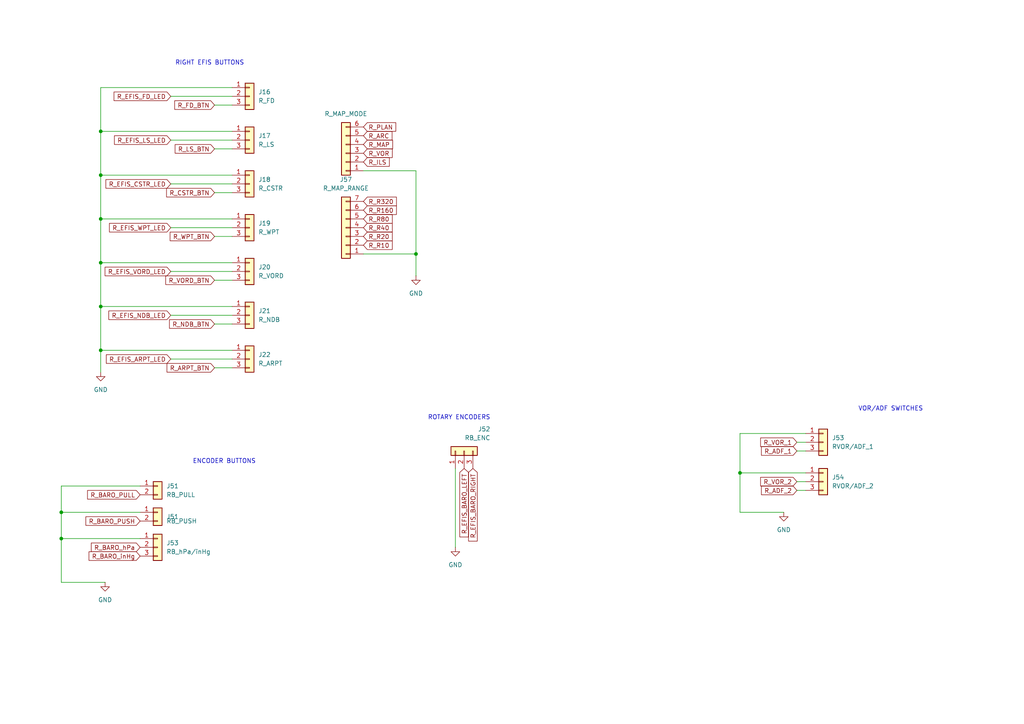
<source format=kicad_sch>
(kicad_sch (version 20231120) (generator "eeschema") (generator_version "8.0")
  (paper "A4")
  (title_block (title "FCU Mainboard schematics") (date "2024-03-05") (rev "1.0"))
  (lib_symbols
    (symbol "Connector_Generic:Conn_01x02" (pin_names (offset 1.016) hide)
      (property "Reference" "J" (at 0 2.54 0))
      (property "Value" "Conn_01x02" (at 0 -5.08 0))
      (symbol "Conn_01x02_1_1"
        (rectangle (start -1.27 -2.413) (end 0 -2.667) (stroke (width 0.1524)))
        (rectangle (start -1.27 0.127) (end 0 -0.127) (stroke (width 0.1524)))
        (rectangle (start -1.27 1.27) (end 1.27 -3.81) (stroke (width 0.254)) (fill (type background)))
        (pin passive line (at -5.08 0 0) (length 3.81) (name "Pin_1") (number "1"))
        (pin passive line (at -5.08 -2.54 0) (length 3.81) (name "Pin_2") (number "2"))
      )
    )
    (symbol "Connector_Generic:Conn_01x03" (pin_names (offset 1.016) hide)
      (property "Reference" "J" (at 0 5.08 0))
      (property "Value" "Conn_01x03" (at 0 -5.08 0))
      (symbol "Conn_01x03_1_1"
        (rectangle (start -1.27 -2.413) (end 0 -2.667) (stroke (width 0.1524)))
        (rectangle (start -1.27 0.127) (end 0 -0.127) (stroke (width 0.1524)))
        (rectangle (start -1.27 2.667) (end 0 2.413) (stroke (width 0.1524)))
        (rectangle (start -1.27 3.81) (end 1.27 -3.81) (stroke (width 0.254)) (fill (type background)))
        (pin passive line (at -5.08 2.54 0) (length 3.81) (name "Pin_1") (number "1"))
        (pin passive line (at -5.08 0 0) (length 3.81) (name "Pin_2") (number "2"))
        (pin passive line (at -5.08 -2.54 0) (length 3.81) (name "Pin_3") (number "3"))
      )
    )
    (symbol "Connector_Generic:Conn_01x06" (pin_names (offset 1.016) hide)
      (property "Reference" "J" (at 0 7.62 0))
      (property "Value" "Conn_01x06" (at 0 -10.16 0))
      (symbol "Conn_01x06_1_1"
        (rectangle (start -1.27 -7.493) (end 0 -7.747) (stroke (width 0.1524)))
        (rectangle (start -1.27 -4.953) (end 0 -5.207) (stroke (width 0.1524)))
        (rectangle (start -1.27 -2.413) (end 0 -2.667) (stroke (width 0.1524)))
        (rectangle (start -1.27 0.127) (end 0 -0.127) (stroke (width 0.1524)))
        (rectangle (start -1.27 2.667) (end 0 2.413) (stroke (width 0.1524)))
        (rectangle (start -1.27 5.207) (end 0 4.953) (stroke (width 0.1524)))
        (rectangle (start -1.27 6.35) (end 1.27 -8.89) (stroke (width 0.254)) (fill (type background)))
        (pin passive line (at -5.08 5.08 0) (length 3.81) (name "Pin_1") (number "1"))
        (pin passive line (at -5.08 2.54 0) (length 3.81) (name "Pin_2") (number "2"))
        (pin passive line (at -5.08 0 0) (length 3.81) (name "Pin_3") (number "3"))
        (pin passive line (at -5.08 -2.54 0) (length 3.81) (name "Pin_4") (number "4"))
        (pin passive line (at -5.08 -5.08 0) (length 3.81) (name "Pin_5") (number "5"))
        (pin passive line (at -5.08 -7.62 0) (length 3.81) (name "Pin_6") (number "6"))
      )
    )
    (symbol "Connector_Generic:Conn_01x07" (pin_names (offset 1.016) hide)
      (property "Reference" "J" (at 0 10.16 0))
      (property "Value" "Conn_01x07" (at 0 -10.16 0))
      (symbol "Conn_01x07_1_1"
        (rectangle (start -1.27 -7.493) (end 0 -7.747) (stroke (width 0.1524)))
        (rectangle (start -1.27 -4.953) (end 0 -5.207) (stroke (width 0.1524)))
        (rectangle (start -1.27 -2.413) (end 0 -2.667) (stroke (width 0.1524)))
        (rectangle (start -1.27 0.127) (end 0 -0.127) (stroke (width 0.1524)))
        (rectangle (start -1.27 2.667) (end 0 2.413) (stroke (width 0.1524)))
        (rectangle (start -1.27 5.207) (end 0 4.953) (stroke (width 0.1524)))
        (rectangle (start -1.27 7.747) (end 0 7.493) (stroke (width 0.1524)))
        (rectangle (start -1.27 8.89) (end 1.27 -8.89) (stroke (width 0.254)) (fill (type background)))
        (pin passive line (at -5.08 7.62 0) (length 3.81) (name "Pin_1") (number "1"))
        (pin passive line (at -5.08 5.08 0) (length 3.81) (name "Pin_2") (number "2"))
        (pin passive line (at -5.08 2.54 0) (length 3.81) (name "Pin_3") (number "3"))
        (pin passive line (at -5.08 0 0) (length 3.81) (name "Pin_4") (number "4"))
        (pin passive line (at -5.08 -2.54 0) (length 3.81) (name "Pin_5") (number "5"))
        (pin passive line (at -5.08 -5.08 0) (length 3.81) (name "Pin_6") (number "6"))
        (pin passive line (at -5.08 -7.62 0) (length 3.81) (name "Pin_7") (number "7"))
      )
    )
    (symbol "power:GND" (power) (pin_numbers hide) (pin_names (offset 0) hide)
      (property "Value" "GND" (at 0 -3.81 0))
      (symbol "GND_0_1"
        (polyline (pts (xy 0 0) (xy 0 -1.27) (xy 1.27 -1.27) (xy 0 -2.54) (xy -1.27 -1.27) (xy 0 -1.27)))
      )
      (symbol "GND_1_1"
        (pin power_in line (at 0 0 270) (length 0) (name "~") (number "1"))
      )
    )
  )
  (junction (at 29.21 50.8))
  (junction (at 17.78 148.59))
  (junction (at 29.21 88.9))
  (junction (at 29.21 63.5))
  (junction (at 120.65 73.66))
  (junction (at 17.78 156.21))
  (junction (at 29.21 76.2))
  (junction (at 29.21 101.6))
  (junction (at 214.63 137.16))
  (junction (at 29.21 38.1))
  (wire (pts (xy 29.21 38.1) (xy 29.21 50.8)))
  (wire (pts (xy 29.21 101.6) (xy 67.31 101.6)))
  (wire (pts (xy 49.53 53.34) (xy 67.31 53.34)))
  (wire (pts (xy 40.64 148.59) (xy 17.78 148.59)))
  (wire (pts (xy 67.31 63.5) (xy 29.21 63.5)))
  (wire (pts (xy 49.53 40.64) (xy 67.31 40.64)))
  (wire (pts (xy 120.65 49.53) (xy 120.65 73.66)))
  (wire (pts (xy 17.78 168.91) (xy 17.78 156.21)))
  (wire (pts (xy 62.23 81.28) (xy 67.31 81.28)))
  (wire (pts (xy 49.53 27.94) (xy 67.31 27.94)))
  (wire (pts (xy 17.78 140.97) (xy 17.78 148.59)))
  (wire (pts (xy 67.31 25.4) (xy 29.21 25.4)))
  (wire (pts (xy 132.08 158.75) (xy 132.08 135.89)))
  (wire (pts (xy 62.23 68.58) (xy 67.31 68.58)))
  (wire (pts (xy 40.64 140.97) (xy 17.78 140.97)))
  (wire (pts (xy 49.53 66.04) (xy 67.31 66.04)))
  (wire (pts (xy 49.53 104.14) (xy 67.31 104.14)))
  (wire (pts (xy 29.21 25.4) (xy 29.21 38.1)))
  (wire (pts (xy 231.14 142.24) (xy 233.68 142.24)))
  (wire (pts (xy 29.21 88.9) (xy 29.21 101.6)))
  (wire (pts (xy 29.21 38.1) (xy 67.31 38.1)))
  (wire (pts (xy 120.65 73.66) (xy 120.65 80.01)))
  (wire (pts (xy 67.31 88.9) (xy 29.21 88.9)))
  (wire (pts (xy 62.23 93.98) (xy 67.31 93.98)))
  (wire (pts (xy 29.21 76.2) (xy 29.21 88.9)))
  (wire (pts (xy 17.78 156.21) (xy 40.64 156.21)))
  (wire (pts (xy 62.23 43.18) (xy 67.31 43.18)))
  (wire (pts (xy 29.21 50.8) (xy 29.21 63.5)))
  (wire (pts (xy 29.21 76.2) (xy 67.31 76.2)))
  (wire (pts (xy 29.21 101.6) (xy 29.21 107.95)))
  (wire (pts (xy 231.14 128.27) (xy 233.68 128.27)))
  (wire (pts (xy 214.63 137.16) (xy 214.63 148.59)))
  (wire (pts (xy 62.23 106.68) (xy 67.31 106.68)))
  (wire (pts (xy 62.23 30.48) (xy 67.31 30.48)))
  (wire (pts (xy 214.63 125.73) (xy 214.63 137.16)))
  (wire (pts (xy 29.21 50.8) (xy 67.31 50.8)))
  (wire (pts (xy 17.78 148.59) (xy 17.78 156.21)))
  (wire (pts (xy 105.41 73.66) (xy 120.65 73.66)))
  (wire (pts (xy 214.63 137.16) (xy 233.68 137.16)))
  (wire (pts (xy 214.63 148.59) (xy 227.33 148.59)))
  (wire (pts (xy 231.14 130.81) (xy 233.68 130.81)))
  (wire (pts (xy 49.53 78.74) (xy 67.31 78.74)))
  (wire (pts (xy 214.63 125.73) (xy 233.68 125.73)))
  (wire (pts (xy 231.14 139.7) (xy 233.68 139.7)))
  (wire (pts (xy 17.78 168.91) (xy 30.48 168.91)))
  (wire (pts (xy 29.21 63.5) (xy 29.21 76.2)))
  (wire (pts (xy 49.53 91.44) (xy 67.31 91.44)))
  (wire (pts (xy 62.23 55.88) (xy 67.31 55.88)))
  (wire (pts (xy 105.41 49.53) (xy 120.65 49.53)))
  (text "ENCODER BUTTONS" (at 55.88 134.62 0) (effects (font (size 1.27 1.27)) (justify left bottom)))
  (text "RIGHT EFIS BUTTONS" (at 50.8 19.05 0) (effects (font (size 1.27 1.27)) (justify left bottom)))
  (text "VOR/ADF SWITCHES" (at 248.92 119.38 0) (effects (font (size 1.27 1.27)) (justify left bottom)))
  (text "ROTARY ENCODERS" (at 142.24 121.92 0) (effects (font (size 1.27 1.27)) (justify right bottom)))
  (global_label "R_VORD_BTN" (shape input) (at 62.23 81.28 180) (property "Intersheetrefs" "${INTERSHEET_REFS}" (effects (hide yes))))
  (global_label "R_ILS" (shape input) (at 105.41 46.99 0) (property "Intersheetrefs" "${INTERSHEET_REFS}" (effects (hide yes))))
  (global_label "R_ADF_2" (shape input) (at 231.14 142.24 180) (property "Intersheetrefs" "${INTERSHEET_REFS}" (effects (hide yes))))
  (global_label "R_R40" (shape input) (at 105.41 66.04 0) (property "Intersheetrefs" "${INTERSHEET_REFS}" (effects (hide yes))))
  (global_label "R_R10" (shape input) (at 105.41 71.12 0) (property "Intersheetrefs" "${INTERSHEET_REFS}" (effects (hide yes))))
  (global_label "R_EFIS_CSTR_LED" (shape input) (at 49.53 53.34 180) (property "Intersheetrefs" "${INTERSHEET_REFS}" (effects (hide yes))))
  (global_label "R_ADF_1" (shape input) (at 231.14 130.81 180) (property "Intersheetrefs" "${INTERSHEET_REFS}" (effects (hide yes))))
  (global_label "R_VOR_2" (shape input) (at 231.14 139.7 180) (property "Intersheetrefs" "${INTERSHEET_REFS}" (effects (hide yes))))
  (global_label "R_R80" (shape input) (at 105.41 63.5 0) (property "Intersheetrefs" "${INTERSHEET_REFS}" (effects (hide yes))))
  (global_label "R_FD_BTN" (shape input) (at 62.23 30.48 180) (property "Intersheetrefs" "${INTERSHEET_REFS}" (effects (hide yes))))
  (global_label "R_EFIS_ARPT_LED" (shape input) (at 49.53 104.14 180) (property "Intersheetrefs" "${INTERSHEET_REFS}" (effects (hide yes))))
  (global_label "R_BARO_inHg" (shape input) (at 40.64 161.29 180) (property "Intersheetrefs" "${INTERSHEET_REFS}" (effects (hide yes))))
  (global_label "R_EFIS_BARO_RIGHT" (shape input) (at 137.16 135.89 270) (property "Intersheetrefs" "${INTERSHEET_REFS}" (effects (hide yes))))
  (global_label "R_R160" (shape input) (at 105.41 60.96 0) (property "Intersheetrefs" "${INTERSHEET_REFS}" (effects (hide yes))))
  (global_label "R_NDB_BTN" (shape input) (at 62.23 93.98 180) (property "Intersheetrefs" "${INTERSHEET_REFS}" (effects (hide yes))))
  (global_label "R_LS_BTN" (shape input) (at 62.23 43.18 180) (property "Intersheetrefs" "${INTERSHEET_REFS}" (effects (hide yes))))
  (global_label "R_BARO_PULL" (shape input) (at 40.64 143.51 180) (property "Intersheetrefs" "${INTERSHEET_REFS}" (effects (hide yes))))
  (global_label "R_ARPT_BTN" (shape input) (at 62.23 106.68 180) (property "Intersheetrefs" "${INTERSHEET_REFS}" (effects (hide yes))))
  (global_label "R_BARO_PUSH" (shape input) (at 40.64 151.13 180) (property "Intersheetrefs" "${INTERSHEET_REFS}" (effects (hide yes))))
  (global_label "R_PLAN" (shape input) (at 105.41 36.83 0) (property "Intersheetrefs" "${INTERSHEET_REFS}" (effects (hide yes))))
  (global_label "R_BARO_hPa" (shape input) (at 40.64 158.75 180) (property "Intersheetrefs" "${INTERSHEET_REFS}" (effects (hide yes))))
  (global_label "R_MAP" (shape input) (at 105.41 41.91 0) (property "Intersheetrefs" "${INTERSHEET_REFS}" (effects (hide yes))))
  (global_label "R_EFIS_FD_LED" (shape input) (at 49.53 27.94 180) (property "Intersheetrefs" "${INTERSHEET_REFS}" (effects (hide yes))))
  (global_label "R_R20" (shape input) (at 105.41 68.58 0) (property "Intersheetrefs" "${INTERSHEET_REFS}" (effects (hide yes))))
  (global_label "R_EFIS_WPT_LED" (shape input) (at 49.53 66.04 180) (property "Intersheetrefs" "${INTERSHEET_REFS}" (effects (hide yes))))
  (global_label "R_VOR" (shape input) (at 105.41 44.45 0) (property "Intersheetrefs" "${INTERSHEET_REFS}" (effects (hide yes))))
  (global_label "R_EFIS_BARO_LEFT" (shape input) (at 134.62 135.89 270) (property "Intersheetrefs" "${INTERSHEET_REFS}" (effects (hide yes))))
  (global_label "R_EFIS_NDB_LED" (shape input) (at 49.53 91.44 180) (property "Intersheetrefs" "${INTERSHEET_REFS}" (effects (hide yes))))
  (global_label "R_CSTR_BTN" (shape input) (at 62.23 55.88 180) (property "Intersheetrefs" "${INTERSHEET_REFS}" (effects (hide yes))))
  (global_label "R_EFIS_VORD_LED" (shape input) (at 49.53 78.74 180) (property "Intersheetrefs" "${INTERSHEET_REFS}" (effects (hide yes))))
  (global_label "R_R320" (shape input) (at 105.41 58.42 0) (property "Intersheetrefs" "${INTERSHEET_REFS}" (effects (hide yes))))
  (global_label "R_WPT_BTN" (shape input) (at 62.23 68.58 180) (property "Intersheetrefs" "${INTERSHEET_REFS}" (effects (hide yes))))
  (global_label "R_VOR_1" (shape input) (at 231.14 128.27 180) (property "Intersheetrefs" "${INTERSHEET_REFS}" (effects (hide yes))))
  (global_label "R_ARC" (shape input) (at 105.41 39.37 0) (property "Intersheetrefs" "${INTERSHEET_REFS}" (effects (hide yes))))
  (global_label "R_EFIS_LS_LED" (shape input) (at 49.53 40.64 180) (property "Intersheetrefs" "${INTERSHEET_REFS}" (effects (hide yes))))
  (symbol (lib_id "power:GND") (at 132.08 158.75 0) (unit 1)
    (property "Reference" "#PWR015" (effects (hide yes)))
    (property "Value" "GND" (at 132.08 163.83 0))
    (property "Description" "Power symbol creates a global label with name \"GND\" , ground" (effects (hide yes)))
  )
  (symbol (lib_id "Connector_Generic:Conn_01x03") (at 72.39 40.64 0) (unit 1)
    (property "Reference" "J17" (at 74.93 39.3699 0) (effects (justify left)))
    (property "Value" "R_LS" (at 74.93 41.9099 0) (effects (justify left)))
    (property "Footprint" "Connector_PinHeader_2.54mm:PinHeader_1x03_P2.54mm_Vertical" (effects (hide yes)))
  )
  (symbol (lib_id "power:GND") (at 227.33 148.59 0) (unit 1)
    (property "Reference" "#PWR018" (effects (hide yes)))
    (property "Value" "GND" (at 227.33 153.67 0))
    (property "Description" "Power symbol creates a global label with name \"GND\" , ground" (effects (hide yes)))
  )
  (symbol (lib_id "Connector_Generic:Conn_01x02") (at 45.72 140.97 0) (unit 1)
    (property "Reference" "J51" (at 48.26 140.9699 0) (effects (justify left)))
    (property "Value" "RB_PULL" (at 48.26 143.5099 0) (effects (justify left)))
    (property "Footprint" "Connector_PinHeader_2.54mm:PinHeader_1x02_P2.54mm_Vertical" (effects (hide yes)))
    (instances (project "FCU_Mainboard_v2" (path "" (reference "J51") (unit 1)) (path "" (reference "J38") (unit 1))))
  )
  (symbol (lib_id "Connector_Generic:Conn_01x03") (at 238.76 139.7 0) (unit 1)
    (property "Reference" "J54" (at 241.3 138.4299 0) (effects (justify left)))
    (property "Value" "RVOR/ADF_2" (at 241.3 140.9699 0) (effects (justify left)))
    (property "Footprint" "Connector_PinHeader_2.54mm:PinHeader_1x03_P2.54mm_Vertical" (effects (hide yes)))
    (instances (project "FCU_Mainboard_v2" (path "" (reference "J54") (unit 1)) (path "" (reference "J50") (unit 1))))
  )
  (symbol (lib_id "Connector_Generic:Conn_01x03") (at 134.62 130.81 90) (unit 1)
    (property "Reference" "J52" (at 142.24 124.46 90) (effects (justify left)))
    (property "Value" "RB_ENC" (at 142.24 127 90) (effects (justify left)))
    (property "Footprint" "Connector_PinHeader_2.54mm:PinHeader_1x03_P2.54mm_Vertical" (effects (hide yes)))
    (instances (project "FCU_Mainboard_v2" (path "" (reference "J52") (unit 1)) (path "" (reference "J36") (unit 1))))
  )
  (symbol (lib_id "Connector_Generic:Conn_01x03") (at 72.39 78.74 0) (unit 1)
    (property "Reference" "J20" (at 74.93 77.4699 0) (effects (justify left)))
    (property "Value" "R_VORD" (at 74.93 80.0099 0) (effects (justify left)))
    (property "Footprint" "Connector_PinHeader_2.54mm:PinHeader_1x03_P2.54mm_Vertical" (effects (hide yes)))
  )
  (symbol (lib_id "Connector_Generic:Conn_01x03") (at 72.39 66.04 0) (unit 1)
    (property "Reference" "J19" (at 74.93 64.7699 0) (effects (justify left)))
    (property "Value" "R_WPT" (at 74.93 67.3099 0) (effects (justify left)))
    (property "Footprint" "Connector_PinHeader_2.54mm:PinHeader_1x03_P2.54mm_Vertical" (effects (hide yes)))
  )
  (symbol (lib_id "power:GND") (at 120.65 80.01 0) (unit 1)
    (property "Reference" "#PWR029" (effects (hide yes)))
    (property "Value" "GND" (at 120.65 85.09 0))
    (property "Description" "Power symbol creates a global label with name \"GND\" , ground" (effects (hide yes)))
  )
  (symbol (lib_id "Connector_Generic:Conn_01x03") (at 72.39 53.34 0) (unit 1)
    (property "Reference" "J18" (at 74.93 52.0699 0) (effects (justify left)))
    (property "Value" "R_CSTR" (at 74.93 54.6099 0) (effects (justify left)))
    (property "Footprint" "Connector_PinHeader_2.54mm:PinHeader_1x03_P2.54mm_Vertical" (effects (hide yes)))
  )
  (symbol (lib_id "Connector_Generic:Conn_01x06") (at 100.33 44.45 180) (unit 1)
    (property "Reference" "J55" (effects (hide yes)))
    (property "Value" "R_MAP_MODE" (at 100.33 33.02 0))
    (property "Footprint" "Connector_PinHeader_2.54mm:PinHeader_1x06_P2.54mm_Vertical" (effects (hide yes)))
    (instances (project "FCU_Mainboard_v2" (path "" (reference "J55") (unit 1)) (path "" (reference "J51") (unit 1)) (path "" (reference "J51") (unit 1))))
  )
  (symbol (lib_id "power:GND") (at 29.21 107.95 0) (unit 1)
    (property "Reference" "#PWR014" (effects (hide yes)))
    (property "Value" "GND" (at 29.21 113.03 0))
    (property "Description" "Power symbol creates a global label with name \"GND\" , ground" (effects (hide yes)))
  )
  (symbol (lib_id "Connector_Generic:Conn_01x02") (at 45.72 148.59 0) (unit 1)
    (property "Reference" "J51" (at 48.26 149.8599 0) (effects (justify left)))
    (property "Value" "RB_PUSH" (at 48.26 151.13 0) (effects (justify left)))
    (property "Footprint" "Connector_PinHeader_2.54mm:PinHeader_1x02_P2.54mm_Vertical" (effects (hide yes)))
    (instances (project "FCU_Mainboard_v2" (path "" (reference "J51") (unit 1)) (path "" (reference "J44") (unit 1))))
  )
  (symbol (lib_id "power:GND") (at 30.48 168.91 0) (unit 1)
    (property "Reference" "#PWR016" (effects (hide yes)))
    (property "Value" "GND" (at 30.48 173.99 0))
    (property "Description" "Power symbol creates a global label with name \"GND\" , ground" (effects (hide yes)))
  )
  (symbol (lib_id "Connector_Generic:Conn_01x03") (at 72.39 27.94 0) (unit 1)
    (property "Reference" "J16" (at 74.93 26.6699 0) (effects (justify left)))
    (property "Value" "R_FD" (at 74.93 29.2099 0) (effects (justify left)))
    (property "Footprint" "Connector_PinHeader_2.54mm:PinHeader_1x03_P2.54mm_Vertical" (effects (hide yes)))
  )
  (symbol (lib_id "Connector_Generic:Conn_01x03") (at 72.39 91.44 0) (unit 1)
    (property "Reference" "J21" (at 74.93 90.1699 0) (effects (justify left)))
    (property "Value" "R_NDB" (at 74.93 92.7099 0) (effects (justify left)))
    (property "Footprint" "Connector_PinHeader_2.54mm:PinHeader_1x03_P2.54mm_Vertical" (effects (hide yes)))
  )
  (symbol (lib_id "Connector_Generic:Conn_01x03") (at 238.76 128.27 0) (unit 1)
    (property "Reference" "J53" (at 241.3 126.9999 0) (effects (justify left)))
    (property "Value" "RVOR/ADF_1" (at 241.3 129.5399 0) (effects (justify left)))
    (property "Footprint" "Connector_PinHeader_2.54mm:PinHeader_1x03_P2.54mm_Vertical" (effects (hide yes)))
    (instances (project "FCU_Mainboard_v2" (path "" (reference "J53") (unit 1)) (path "" (reference "J49") (unit 1))))
  )
  (symbol (lib_id "Connector_Generic:Conn_01x07") (at 100.33 66.04 180) (unit 1)
    (property "Reference" "J57" (at 100.33 52.07 0))
    (property "Value" "R_MAP_RANGE" (at 100.33 54.61 0))
    (property "Footprint" "Connector_PinHeader_2.54mm:PinHeader_1x07_P2.54mm_Vertical" (effects (hide yes)))
    (instances (project "FCU_Mainboard_v2" (path "" (reference "J57") (unit 1)) (path "" (reference "J53") (unit 1)) (path "" (reference "J53") (unit 1))))
  )
  (symbol (lib_id "Connector_Generic:Conn_01x03") (at 45.72 158.75 0) (unit 1)
    (property "Reference" "J53" (at 48.26 157.4799 0) (effects (justify left)))
    (property "Value" "RB_hPa/inHg" (at 48.26 160.0199 0) (effects (justify left)))
    (property "Footprint" "Connector_PinHeader_2.54mm:PinHeader_1x03_P2.54mm_Vertical" (effects (hide yes)))
    (instances (project "FCU_Mainboard_v2" (path "" (reference "J53") (unit 1)) (path "" (reference "J39") (unit 1))))
  )
  (symbol (lib_id "Connector_Generic:Conn_01x03") (at 72.39 104.14 0) (unit 1)
    (property "Reference" "J22" (at 74.93 102.8699 0) (effects (justify left)))
    (property "Value" "R_ARPT" (at 74.93 105.4099 0) (effects (justify left)))
    (property "Footprint" "Connector_PinHeader_2.54mm:PinHeader_1x03_P2.54mm_Vertical" (effects (hide yes)))
  )
)
</source>
